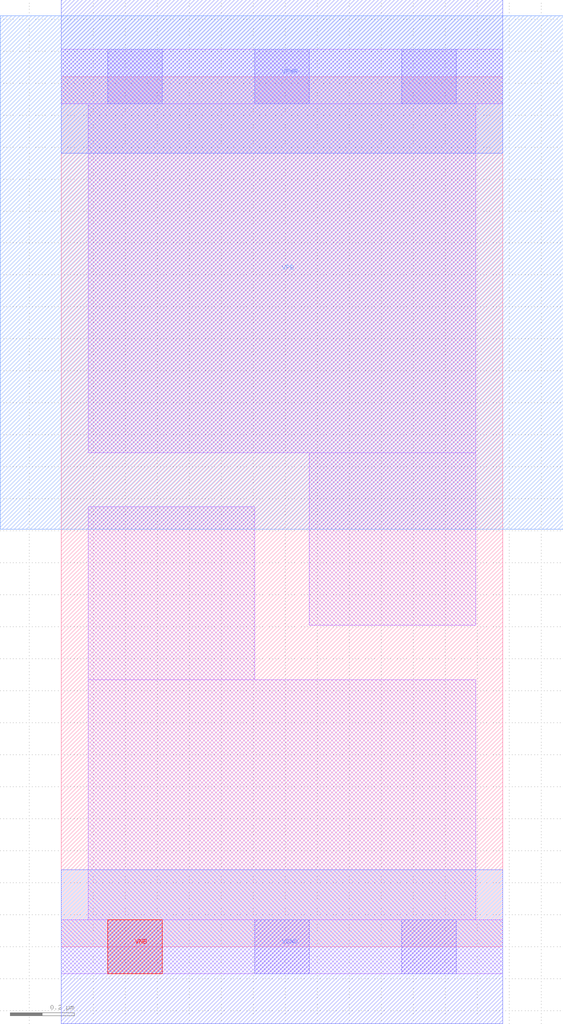
<source format=lef>
# Copyright 2020 The SkyWater PDK Authors
#
# Licensed under the Apache License, Version 2.0 (the "License");
# you may not use this file except in compliance with the License.
# You may obtain a copy of the License at
#
#     https://www.apache.org/licenses/LICENSE-2.0
#
# Unless required by applicable law or agreed to in writing, software
# distributed under the License is distributed on an "AS IS" BASIS,
# WITHOUT WARRANTIES OR CONDITIONS OF ANY KIND, either express or implied.
# See the License for the specific language governing permissions and
# limitations under the License.
#
# SPDX-License-Identifier: Apache-2.0

VERSION 5.7 ;
  NOWIREEXTENSIONATPIN ON ;
  DIVIDERCHAR "/" ;
  BUSBITCHARS "[]" ;
MACRO sky130_fd_sc_hd__decap_3
  CLASS CORE ;
  FOREIGN sky130_fd_sc_hd__decap_3 ;
  ORIGIN  0.000000  0.000000 ;
  SIZE  1.380000 BY  2.720000 ;
  SYMMETRY X Y R90 ;
  SITE unithd ;
  PIN VGND
    DIRECTION INOUT ;
    SHAPE ABUTMENT ;
    USE GROUND ;
    PORT
      LAYER met1 ;
        RECT 0.000000 -0.240000 1.380000 0.240000 ;
    END
  END VGND
  PIN VNB
    DIRECTION INOUT ;
    USE GROUND ;
    PORT
      LAYER pwell ;
        RECT 0.145000 -0.085000 0.315000 0.085000 ;
    END
  END VNB
  PIN VPB
    DIRECTION INOUT ;
    USE POWER ;
    PORT
      LAYER nwell ;
        RECT -0.190000 1.305000 1.570000 2.910000 ;
    END
  END VPB
  PIN VPWR
    DIRECTION INOUT ;
    SHAPE ABUTMENT ;
    USE POWER ;
    PORT
      LAYER met1 ;
        RECT 0.000000 2.480000 1.380000 2.960000 ;
    END
  END VPWR
  OBS
    LAYER li1 ;
      RECT 0.000000 -0.085000 1.380000 0.085000 ;
      RECT 0.000000  2.635000 1.380000 2.805000 ;
      RECT 0.085000  0.085000 1.295000 0.835000 ;
      RECT 0.085000  0.835000 0.605000 1.375000 ;
      RECT 0.085000  1.545000 1.295000 2.635000 ;
      RECT 0.775000  1.005000 1.295000 1.545000 ;
    LAYER mcon ;
      RECT 0.145000 -0.085000 0.315000 0.085000 ;
      RECT 0.145000  2.635000 0.315000 2.805000 ;
      RECT 0.605000 -0.085000 0.775000 0.085000 ;
      RECT 0.605000  2.635000 0.775000 2.805000 ;
      RECT 1.065000 -0.085000 1.235000 0.085000 ;
      RECT 1.065000  2.635000 1.235000 2.805000 ;
  END
END sky130_fd_sc_hd__decap_3
END LIBRARY

</source>
